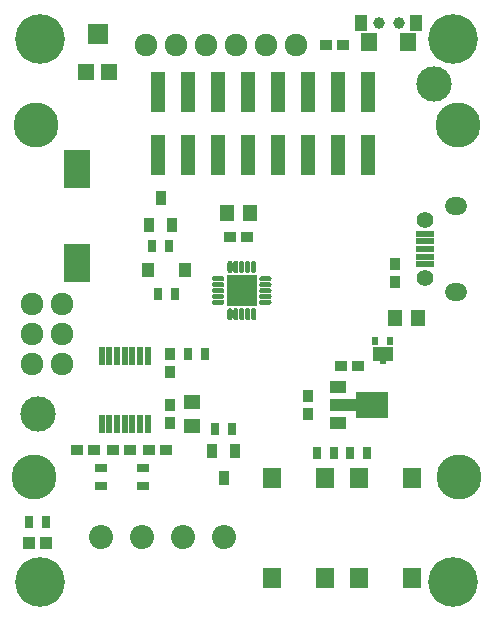
<source format=gts>
G04 #@! TF.GenerationSoftware,KiCad,Pcbnew,no-vcs-found-90668f9~60~ubuntu16.04.1*
G04 #@! TF.CreationDate,2017-09-09T17:52:20+08:00*
G04 #@! TF.ProjectId,TINY-REFLOW-CONTROLLER-0R20,54494E592D5245464C4F572D434F4E54,rev?*
G04 #@! TF.SameCoordinates,PX8f0d180PY5f5e100*
G04 #@! TF.FileFunction,Soldermask,Top*
G04 #@! TF.FilePolarity,Negative*
%FSLAX46Y46*%
G04 Gerber Fmt 4.6, Leading zero omitted, Abs format (unit mm)*
G04 Created by KiCad (PCBNEW no-vcs-found-90668f9~60~ubuntu16.04.1) date Sat Sep  9 17:52:20 2017*
%MOMM*%
%LPD*%
G01*
G04 APERTURE LIST*
%ADD10R,1.200000X1.450000*%
%ADD11R,0.950000X1.000000*%
%ADD12R,1.550000X0.600000*%
%ADD13C,1.400000*%
%ADD14O,1.900000X1.500000*%
%ADD15O,1.927200X1.927200*%
%ADD16R,1.200000X3.370000*%
%ADD17C,3.800000*%
%ADD18C,2.048000*%
%ADD19C,1.000000*%
%ADD20R,1.100000X1.400000*%
%ADD21R,1.350000X1.500000*%
%ADD22R,1.400000X1.400000*%
%ADD23R,1.800000X1.700000*%
%ADD24R,1.100000X1.150000*%
%ADD25R,0.600000X0.700000*%
%ADD26R,1.800000X1.300000*%
%ADD27R,0.600000X0.450000*%
%ADD28R,1.400000X1.000000*%
%ADD29R,2.400000X1.000000*%
%ADD30R,2.700000X2.200000*%
%ADD31R,1.600000X1.800000*%
%ADD32R,0.850000X1.250000*%
%ADD33R,2.200000X3.200000*%
%ADD34C,0.100000*%
%ADD35C,0.440000*%
%ADD36R,1.340000X1.340000*%
%ADD37R,0.550000X1.600000*%
%ADD38R,0.700000X1.100000*%
%ADD39R,1.100000X0.700000*%
%ADD40R,1.450000X1.200000*%
%ADD41R,1.000000X0.950000*%
%ADD42C,3.000000*%
%ADD43R,0.997560X0.997560*%
%ADD44C,4.200000*%
G04 APERTURE END LIST*
D10*
X34528000Y24892000D03*
X32528000Y24892000D03*
D11*
X32512000Y27952000D03*
X32512000Y29422000D03*
D12*
X35126000Y29434000D03*
X35126000Y30084000D03*
X35126000Y30734000D03*
X35126000Y31384000D03*
X35126000Y32034000D03*
D13*
X35051000Y28309000D03*
X35051000Y33159000D03*
D14*
X37701000Y27109000D03*
X37701000Y34359000D03*
D15*
X24130000Y48006000D03*
X21590000Y48006000D03*
X19050000Y48006000D03*
X16510000Y48006000D03*
X13970000Y48006000D03*
X11430000Y48006000D03*
X4318000Y26035000D03*
X1778000Y26035000D03*
X4318000Y23495000D03*
X1778000Y23495000D03*
X4318000Y20955000D03*
X1778000Y20955000D03*
D16*
X12520000Y44045000D03*
X12520000Y38715000D03*
X15060000Y38715000D03*
X15060000Y44045000D03*
X17600000Y38715000D03*
X17600000Y44045000D03*
X20140000Y38715000D03*
X20140000Y44045000D03*
X22680000Y38715000D03*
X22680000Y44045000D03*
X25220000Y38715000D03*
X25220000Y44045000D03*
X27760000Y38715000D03*
X27760000Y44045000D03*
X30300000Y38715000D03*
X30300000Y44045000D03*
D17*
X2150000Y41250000D03*
X37850000Y41250000D03*
X2000000Y11450000D03*
X38000000Y11450000D03*
D18*
X14605000Y6350000D03*
X18105000Y6350000D03*
X7620000Y6350000D03*
X11120000Y6350000D03*
D19*
X32854000Y49838000D03*
X31154000Y49838000D03*
D20*
X29704000Y49838000D03*
X34304000Y49838000D03*
D21*
X33679000Y48288000D03*
X30329000Y48288000D03*
D22*
X6366000Y45698000D03*
D23*
X7366000Y48948000D03*
D22*
X8366000Y45698000D03*
D24*
X11633000Y28956000D03*
X14783000Y28956000D03*
D25*
X32146000Y22898000D03*
X30846000Y22898000D03*
D26*
X31496000Y21848000D03*
D27*
X31496000Y21173000D03*
D28*
X27714000Y19026000D03*
D29*
X28214000Y17526000D03*
D28*
X27714000Y16026000D03*
D30*
X30564000Y17526000D03*
D31*
X29500000Y2912000D03*
X29500000Y11312000D03*
X34000000Y2912000D03*
X34000000Y11312000D03*
X22134000Y2912000D03*
X22134000Y11312000D03*
X26634000Y2912000D03*
X26634000Y11312000D03*
D32*
X12700000Y35066000D03*
X13650000Y32766000D03*
X11750000Y32766000D03*
X18034000Y11296000D03*
X17084000Y13596000D03*
X18984000Y13596000D03*
D33*
X5588000Y29528000D03*
X5588000Y37528000D03*
D34*
G36*
X20595565Y25728941D02*
X20616921Y25725773D01*
X20637864Y25720527D01*
X20658191Y25713253D01*
X20677708Y25704023D01*
X20696226Y25692923D01*
X20713568Y25680062D01*
X20729564Y25665563D01*
X20744063Y25649567D01*
X20756924Y25632225D01*
X20768024Y25613707D01*
X20777254Y25594190D01*
X20784528Y25573863D01*
X20789774Y25552920D01*
X20792942Y25531564D01*
X20794001Y25510000D01*
X20794001Y24910000D01*
X20792942Y24888436D01*
X20789774Y24867080D01*
X20784528Y24846137D01*
X20777254Y24825810D01*
X20768024Y24806293D01*
X20756924Y24787775D01*
X20744063Y24770433D01*
X20729564Y24754437D01*
X20713568Y24739938D01*
X20696226Y24727077D01*
X20677708Y24715977D01*
X20658191Y24706747D01*
X20637864Y24699473D01*
X20616921Y24694227D01*
X20595565Y24691059D01*
X20574001Y24690000D01*
X20573999Y24690000D01*
X20552435Y24691059D01*
X20531079Y24694227D01*
X20510136Y24699473D01*
X20489809Y24706747D01*
X20470292Y24715977D01*
X20451774Y24727077D01*
X20434432Y24739938D01*
X20418436Y24754437D01*
X20403937Y24770433D01*
X20391076Y24787775D01*
X20379976Y24806293D01*
X20370746Y24825810D01*
X20363472Y24846137D01*
X20358226Y24867080D01*
X20355058Y24888436D01*
X20353999Y24910000D01*
X20353999Y25510000D01*
X20355058Y25531564D01*
X20358226Y25552920D01*
X20363472Y25573863D01*
X20370746Y25594190D01*
X20379976Y25613707D01*
X20391076Y25632225D01*
X20403937Y25649567D01*
X20418436Y25665563D01*
X20434432Y25680062D01*
X20451774Y25692923D01*
X20470292Y25704023D01*
X20489809Y25713253D01*
X20510136Y25720527D01*
X20531079Y25725773D01*
X20552435Y25728941D01*
X20573999Y25730000D01*
X20574001Y25730000D01*
X20595565Y25728941D01*
X20595565Y25728941D01*
G37*
D35*
X20574000Y25210000D03*
D34*
G36*
X20095565Y25728941D02*
X20116921Y25725773D01*
X20137864Y25720527D01*
X20158191Y25713253D01*
X20177708Y25704023D01*
X20196226Y25692923D01*
X20213568Y25680062D01*
X20229564Y25665563D01*
X20244063Y25649567D01*
X20256924Y25632225D01*
X20268024Y25613707D01*
X20277254Y25594190D01*
X20284528Y25573863D01*
X20289774Y25552920D01*
X20292942Y25531564D01*
X20294001Y25510000D01*
X20294001Y24910000D01*
X20292942Y24888436D01*
X20289774Y24867080D01*
X20284528Y24846137D01*
X20277254Y24825810D01*
X20268024Y24806293D01*
X20256924Y24787775D01*
X20244063Y24770433D01*
X20229564Y24754437D01*
X20213568Y24739938D01*
X20196226Y24727077D01*
X20177708Y24715977D01*
X20158191Y24706747D01*
X20137864Y24699473D01*
X20116921Y24694227D01*
X20095565Y24691059D01*
X20074001Y24690000D01*
X20073999Y24690000D01*
X20052435Y24691059D01*
X20031079Y24694227D01*
X20010136Y24699473D01*
X19989809Y24706747D01*
X19970292Y24715977D01*
X19951774Y24727077D01*
X19934432Y24739938D01*
X19918436Y24754437D01*
X19903937Y24770433D01*
X19891076Y24787775D01*
X19879976Y24806293D01*
X19870746Y24825810D01*
X19863472Y24846137D01*
X19858226Y24867080D01*
X19855058Y24888436D01*
X19853999Y24910000D01*
X19853999Y25510000D01*
X19855058Y25531564D01*
X19858226Y25552920D01*
X19863472Y25573863D01*
X19870746Y25594190D01*
X19879976Y25613707D01*
X19891076Y25632225D01*
X19903937Y25649567D01*
X19918436Y25665563D01*
X19934432Y25680062D01*
X19951774Y25692923D01*
X19970292Y25704023D01*
X19989809Y25713253D01*
X20010136Y25720527D01*
X20031079Y25725773D01*
X20052435Y25728941D01*
X20073999Y25730000D01*
X20074001Y25730000D01*
X20095565Y25728941D01*
X20095565Y25728941D01*
G37*
D35*
X20074000Y25210000D03*
D34*
G36*
X19595565Y25728941D02*
X19616921Y25725773D01*
X19637864Y25720527D01*
X19658191Y25713253D01*
X19677708Y25704023D01*
X19696226Y25692923D01*
X19713568Y25680062D01*
X19729564Y25665563D01*
X19744063Y25649567D01*
X19756924Y25632225D01*
X19768024Y25613707D01*
X19777254Y25594190D01*
X19784528Y25573863D01*
X19789774Y25552920D01*
X19792942Y25531564D01*
X19794001Y25510000D01*
X19794001Y24910000D01*
X19792942Y24888436D01*
X19789774Y24867080D01*
X19784528Y24846137D01*
X19777254Y24825810D01*
X19768024Y24806293D01*
X19756924Y24787775D01*
X19744063Y24770433D01*
X19729564Y24754437D01*
X19713568Y24739938D01*
X19696226Y24727077D01*
X19677708Y24715977D01*
X19658191Y24706747D01*
X19637864Y24699473D01*
X19616921Y24694227D01*
X19595565Y24691059D01*
X19574001Y24690000D01*
X19573999Y24690000D01*
X19552435Y24691059D01*
X19531079Y24694227D01*
X19510136Y24699473D01*
X19489809Y24706747D01*
X19470292Y24715977D01*
X19451774Y24727077D01*
X19434432Y24739938D01*
X19418436Y24754437D01*
X19403937Y24770433D01*
X19391076Y24787775D01*
X19379976Y24806293D01*
X19370746Y24825810D01*
X19363472Y24846137D01*
X19358226Y24867080D01*
X19355058Y24888436D01*
X19353999Y24910000D01*
X19353999Y25510000D01*
X19355058Y25531564D01*
X19358226Y25552920D01*
X19363472Y25573863D01*
X19370746Y25594190D01*
X19379976Y25613707D01*
X19391076Y25632225D01*
X19403937Y25649567D01*
X19418436Y25665563D01*
X19434432Y25680062D01*
X19451774Y25692923D01*
X19470292Y25704023D01*
X19489809Y25713253D01*
X19510136Y25720527D01*
X19531079Y25725773D01*
X19552435Y25728941D01*
X19573999Y25730000D01*
X19574001Y25730000D01*
X19595565Y25728941D01*
X19595565Y25728941D01*
G37*
D35*
X19574000Y25210000D03*
D34*
G36*
X19095565Y25728941D02*
X19116921Y25725773D01*
X19137864Y25720527D01*
X19158191Y25713253D01*
X19177708Y25704023D01*
X19196226Y25692923D01*
X19213568Y25680062D01*
X19229564Y25665563D01*
X19244063Y25649567D01*
X19256924Y25632225D01*
X19268024Y25613707D01*
X19277254Y25594190D01*
X19284528Y25573863D01*
X19289774Y25552920D01*
X19292942Y25531564D01*
X19294001Y25510000D01*
X19294001Y24910000D01*
X19292942Y24888436D01*
X19289774Y24867080D01*
X19284528Y24846137D01*
X19277254Y24825810D01*
X19268024Y24806293D01*
X19256924Y24787775D01*
X19244063Y24770433D01*
X19229564Y24754437D01*
X19213568Y24739938D01*
X19196226Y24727077D01*
X19177708Y24715977D01*
X19158191Y24706747D01*
X19137864Y24699473D01*
X19116921Y24694227D01*
X19095565Y24691059D01*
X19074001Y24690000D01*
X19073999Y24690000D01*
X19052435Y24691059D01*
X19031079Y24694227D01*
X19010136Y24699473D01*
X18989809Y24706747D01*
X18970292Y24715977D01*
X18951774Y24727077D01*
X18934432Y24739938D01*
X18918436Y24754437D01*
X18903937Y24770433D01*
X18891076Y24787775D01*
X18879976Y24806293D01*
X18870746Y24825810D01*
X18863472Y24846137D01*
X18858226Y24867080D01*
X18855058Y24888436D01*
X18853999Y24910000D01*
X18853999Y25510000D01*
X18855058Y25531564D01*
X18858226Y25552920D01*
X18863472Y25573863D01*
X18870746Y25594190D01*
X18879976Y25613707D01*
X18891076Y25632225D01*
X18903937Y25649567D01*
X18918436Y25665563D01*
X18934432Y25680062D01*
X18951774Y25692923D01*
X18970292Y25704023D01*
X18989809Y25713253D01*
X19010136Y25720527D01*
X19031079Y25725773D01*
X19052435Y25728941D01*
X19073999Y25730000D01*
X19074001Y25730000D01*
X19095565Y25728941D01*
X19095565Y25728941D01*
G37*
D35*
X19074000Y25210000D03*
D34*
G36*
X18595565Y25728941D02*
X18616921Y25725773D01*
X18637864Y25720527D01*
X18658191Y25713253D01*
X18677708Y25704023D01*
X18696226Y25692923D01*
X18713568Y25680062D01*
X18729564Y25665563D01*
X18744063Y25649567D01*
X18756924Y25632225D01*
X18768024Y25613707D01*
X18777254Y25594190D01*
X18784528Y25573863D01*
X18789774Y25552920D01*
X18792942Y25531564D01*
X18794001Y25510000D01*
X18794001Y24910000D01*
X18792942Y24888436D01*
X18789774Y24867080D01*
X18784528Y24846137D01*
X18777254Y24825810D01*
X18768024Y24806293D01*
X18756924Y24787775D01*
X18744063Y24770433D01*
X18729564Y24754437D01*
X18713568Y24739938D01*
X18696226Y24727077D01*
X18677708Y24715977D01*
X18658191Y24706747D01*
X18637864Y24699473D01*
X18616921Y24694227D01*
X18595565Y24691059D01*
X18574001Y24690000D01*
X18573999Y24690000D01*
X18552435Y24691059D01*
X18531079Y24694227D01*
X18510136Y24699473D01*
X18489809Y24706747D01*
X18470292Y24715977D01*
X18451774Y24727077D01*
X18434432Y24739938D01*
X18418436Y24754437D01*
X18403937Y24770433D01*
X18391076Y24787775D01*
X18379976Y24806293D01*
X18370746Y24825810D01*
X18363472Y24846137D01*
X18358226Y24867080D01*
X18355058Y24888436D01*
X18353999Y24910000D01*
X18353999Y25510000D01*
X18355058Y25531564D01*
X18358226Y25552920D01*
X18363472Y25573863D01*
X18370746Y25594190D01*
X18379976Y25613707D01*
X18391076Y25632225D01*
X18403937Y25649567D01*
X18418436Y25665563D01*
X18434432Y25680062D01*
X18451774Y25692923D01*
X18470292Y25704023D01*
X18489809Y25713253D01*
X18510136Y25720527D01*
X18531079Y25725773D01*
X18552435Y25728941D01*
X18573999Y25730000D01*
X18574001Y25730000D01*
X18595565Y25728941D01*
X18595565Y25728941D01*
G37*
D35*
X18574000Y25210000D03*
D34*
G36*
X17895564Y26428942D02*
X17916920Y26425774D01*
X17937863Y26420528D01*
X17958190Y26413254D01*
X17977707Y26404024D01*
X17996225Y26392924D01*
X18013567Y26380063D01*
X18029563Y26365564D01*
X18044062Y26349568D01*
X18056923Y26332226D01*
X18068023Y26313708D01*
X18077253Y26294191D01*
X18084527Y26273864D01*
X18089773Y26252921D01*
X18092941Y26231565D01*
X18094000Y26210001D01*
X18094000Y26209999D01*
X18092941Y26188435D01*
X18089773Y26167079D01*
X18084527Y26146136D01*
X18077253Y26125809D01*
X18068023Y26106292D01*
X18056923Y26087774D01*
X18044062Y26070432D01*
X18029563Y26054436D01*
X18013567Y26039937D01*
X17996225Y26027076D01*
X17977707Y26015976D01*
X17958190Y26006746D01*
X17937863Y25999472D01*
X17916920Y25994226D01*
X17895564Y25991058D01*
X17874000Y25989999D01*
X17274000Y25989999D01*
X17252436Y25991058D01*
X17231080Y25994226D01*
X17210137Y25999472D01*
X17189810Y26006746D01*
X17170293Y26015976D01*
X17151775Y26027076D01*
X17134433Y26039937D01*
X17118437Y26054436D01*
X17103938Y26070432D01*
X17091077Y26087774D01*
X17079977Y26106292D01*
X17070747Y26125809D01*
X17063473Y26146136D01*
X17058227Y26167079D01*
X17055059Y26188435D01*
X17054000Y26209999D01*
X17054000Y26210001D01*
X17055059Y26231565D01*
X17058227Y26252921D01*
X17063473Y26273864D01*
X17070747Y26294191D01*
X17079977Y26313708D01*
X17091077Y26332226D01*
X17103938Y26349568D01*
X17118437Y26365564D01*
X17134433Y26380063D01*
X17151775Y26392924D01*
X17170293Y26404024D01*
X17189810Y26413254D01*
X17210137Y26420528D01*
X17231080Y26425774D01*
X17252436Y26428942D01*
X17274000Y26430001D01*
X17874000Y26430001D01*
X17895564Y26428942D01*
X17895564Y26428942D01*
G37*
D35*
X17574000Y26210000D03*
D34*
G36*
X17895564Y26928942D02*
X17916920Y26925774D01*
X17937863Y26920528D01*
X17958190Y26913254D01*
X17977707Y26904024D01*
X17996225Y26892924D01*
X18013567Y26880063D01*
X18029563Y26865564D01*
X18044062Y26849568D01*
X18056923Y26832226D01*
X18068023Y26813708D01*
X18077253Y26794191D01*
X18084527Y26773864D01*
X18089773Y26752921D01*
X18092941Y26731565D01*
X18094000Y26710001D01*
X18094000Y26709999D01*
X18092941Y26688435D01*
X18089773Y26667079D01*
X18084527Y26646136D01*
X18077253Y26625809D01*
X18068023Y26606292D01*
X18056923Y26587774D01*
X18044062Y26570432D01*
X18029563Y26554436D01*
X18013567Y26539937D01*
X17996225Y26527076D01*
X17977707Y26515976D01*
X17958190Y26506746D01*
X17937863Y26499472D01*
X17916920Y26494226D01*
X17895564Y26491058D01*
X17874000Y26489999D01*
X17274000Y26489999D01*
X17252436Y26491058D01*
X17231080Y26494226D01*
X17210137Y26499472D01*
X17189810Y26506746D01*
X17170293Y26515976D01*
X17151775Y26527076D01*
X17134433Y26539937D01*
X17118437Y26554436D01*
X17103938Y26570432D01*
X17091077Y26587774D01*
X17079977Y26606292D01*
X17070747Y26625809D01*
X17063473Y26646136D01*
X17058227Y26667079D01*
X17055059Y26688435D01*
X17054000Y26709999D01*
X17054000Y26710001D01*
X17055059Y26731565D01*
X17058227Y26752921D01*
X17063473Y26773864D01*
X17070747Y26794191D01*
X17079977Y26813708D01*
X17091077Y26832226D01*
X17103938Y26849568D01*
X17118437Y26865564D01*
X17134433Y26880063D01*
X17151775Y26892924D01*
X17170293Y26904024D01*
X17189810Y26913254D01*
X17210137Y26920528D01*
X17231080Y26925774D01*
X17252436Y26928942D01*
X17274000Y26930001D01*
X17874000Y26930001D01*
X17895564Y26928942D01*
X17895564Y26928942D01*
G37*
D35*
X17574000Y26710000D03*
D34*
G36*
X17895564Y27428942D02*
X17916920Y27425774D01*
X17937863Y27420528D01*
X17958190Y27413254D01*
X17977707Y27404024D01*
X17996225Y27392924D01*
X18013567Y27380063D01*
X18029563Y27365564D01*
X18044062Y27349568D01*
X18056923Y27332226D01*
X18068023Y27313708D01*
X18077253Y27294191D01*
X18084527Y27273864D01*
X18089773Y27252921D01*
X18092941Y27231565D01*
X18094000Y27210001D01*
X18094000Y27209999D01*
X18092941Y27188435D01*
X18089773Y27167079D01*
X18084527Y27146136D01*
X18077253Y27125809D01*
X18068023Y27106292D01*
X18056923Y27087774D01*
X18044062Y27070432D01*
X18029563Y27054436D01*
X18013567Y27039937D01*
X17996225Y27027076D01*
X17977707Y27015976D01*
X17958190Y27006746D01*
X17937863Y26999472D01*
X17916920Y26994226D01*
X17895564Y26991058D01*
X17874000Y26989999D01*
X17274000Y26989999D01*
X17252436Y26991058D01*
X17231080Y26994226D01*
X17210137Y26999472D01*
X17189810Y27006746D01*
X17170293Y27015976D01*
X17151775Y27027076D01*
X17134433Y27039937D01*
X17118437Y27054436D01*
X17103938Y27070432D01*
X17091077Y27087774D01*
X17079977Y27106292D01*
X17070747Y27125809D01*
X17063473Y27146136D01*
X17058227Y27167079D01*
X17055059Y27188435D01*
X17054000Y27209999D01*
X17054000Y27210001D01*
X17055059Y27231565D01*
X17058227Y27252921D01*
X17063473Y27273864D01*
X17070747Y27294191D01*
X17079977Y27313708D01*
X17091077Y27332226D01*
X17103938Y27349568D01*
X17118437Y27365564D01*
X17134433Y27380063D01*
X17151775Y27392924D01*
X17170293Y27404024D01*
X17189810Y27413254D01*
X17210137Y27420528D01*
X17231080Y27425774D01*
X17252436Y27428942D01*
X17274000Y27430001D01*
X17874000Y27430001D01*
X17895564Y27428942D01*
X17895564Y27428942D01*
G37*
D35*
X17574000Y27210000D03*
D34*
G36*
X17895564Y27928942D02*
X17916920Y27925774D01*
X17937863Y27920528D01*
X17958190Y27913254D01*
X17977707Y27904024D01*
X17996225Y27892924D01*
X18013567Y27880063D01*
X18029563Y27865564D01*
X18044062Y27849568D01*
X18056923Y27832226D01*
X18068023Y27813708D01*
X18077253Y27794191D01*
X18084527Y27773864D01*
X18089773Y27752921D01*
X18092941Y27731565D01*
X18094000Y27710001D01*
X18094000Y27709999D01*
X18092941Y27688435D01*
X18089773Y27667079D01*
X18084527Y27646136D01*
X18077253Y27625809D01*
X18068023Y27606292D01*
X18056923Y27587774D01*
X18044062Y27570432D01*
X18029563Y27554436D01*
X18013567Y27539937D01*
X17996225Y27527076D01*
X17977707Y27515976D01*
X17958190Y27506746D01*
X17937863Y27499472D01*
X17916920Y27494226D01*
X17895564Y27491058D01*
X17874000Y27489999D01*
X17274000Y27489999D01*
X17252436Y27491058D01*
X17231080Y27494226D01*
X17210137Y27499472D01*
X17189810Y27506746D01*
X17170293Y27515976D01*
X17151775Y27527076D01*
X17134433Y27539937D01*
X17118437Y27554436D01*
X17103938Y27570432D01*
X17091077Y27587774D01*
X17079977Y27606292D01*
X17070747Y27625809D01*
X17063473Y27646136D01*
X17058227Y27667079D01*
X17055059Y27688435D01*
X17054000Y27709999D01*
X17054000Y27710001D01*
X17055059Y27731565D01*
X17058227Y27752921D01*
X17063473Y27773864D01*
X17070747Y27794191D01*
X17079977Y27813708D01*
X17091077Y27832226D01*
X17103938Y27849568D01*
X17118437Y27865564D01*
X17134433Y27880063D01*
X17151775Y27892924D01*
X17170293Y27904024D01*
X17189810Y27913254D01*
X17210137Y27920528D01*
X17231080Y27925774D01*
X17252436Y27928942D01*
X17274000Y27930001D01*
X17874000Y27930001D01*
X17895564Y27928942D01*
X17895564Y27928942D01*
G37*
D35*
X17574000Y27710000D03*
D34*
G36*
X17895564Y28428942D02*
X17916920Y28425774D01*
X17937863Y28420528D01*
X17958190Y28413254D01*
X17977707Y28404024D01*
X17996225Y28392924D01*
X18013567Y28380063D01*
X18029563Y28365564D01*
X18044062Y28349568D01*
X18056923Y28332226D01*
X18068023Y28313708D01*
X18077253Y28294191D01*
X18084527Y28273864D01*
X18089773Y28252921D01*
X18092941Y28231565D01*
X18094000Y28210001D01*
X18094000Y28209999D01*
X18092941Y28188435D01*
X18089773Y28167079D01*
X18084527Y28146136D01*
X18077253Y28125809D01*
X18068023Y28106292D01*
X18056923Y28087774D01*
X18044062Y28070432D01*
X18029563Y28054436D01*
X18013567Y28039937D01*
X17996225Y28027076D01*
X17977707Y28015976D01*
X17958190Y28006746D01*
X17937863Y27999472D01*
X17916920Y27994226D01*
X17895564Y27991058D01*
X17874000Y27989999D01*
X17274000Y27989999D01*
X17252436Y27991058D01*
X17231080Y27994226D01*
X17210137Y27999472D01*
X17189810Y28006746D01*
X17170293Y28015976D01*
X17151775Y28027076D01*
X17134433Y28039937D01*
X17118437Y28054436D01*
X17103938Y28070432D01*
X17091077Y28087774D01*
X17079977Y28106292D01*
X17070747Y28125809D01*
X17063473Y28146136D01*
X17058227Y28167079D01*
X17055059Y28188435D01*
X17054000Y28209999D01*
X17054000Y28210001D01*
X17055059Y28231565D01*
X17058227Y28252921D01*
X17063473Y28273864D01*
X17070747Y28294191D01*
X17079977Y28313708D01*
X17091077Y28332226D01*
X17103938Y28349568D01*
X17118437Y28365564D01*
X17134433Y28380063D01*
X17151775Y28392924D01*
X17170293Y28404024D01*
X17189810Y28413254D01*
X17210137Y28420528D01*
X17231080Y28425774D01*
X17252436Y28428942D01*
X17274000Y28430001D01*
X17874000Y28430001D01*
X17895564Y28428942D01*
X17895564Y28428942D01*
G37*
D35*
X17574000Y28210000D03*
D34*
G36*
X18595565Y29728941D02*
X18616921Y29725773D01*
X18637864Y29720527D01*
X18658191Y29713253D01*
X18677708Y29704023D01*
X18696226Y29692923D01*
X18713568Y29680062D01*
X18729564Y29665563D01*
X18744063Y29649567D01*
X18756924Y29632225D01*
X18768024Y29613707D01*
X18777254Y29594190D01*
X18784528Y29573863D01*
X18789774Y29552920D01*
X18792942Y29531564D01*
X18794001Y29510000D01*
X18794001Y28910000D01*
X18792942Y28888436D01*
X18789774Y28867080D01*
X18784528Y28846137D01*
X18777254Y28825810D01*
X18768024Y28806293D01*
X18756924Y28787775D01*
X18744063Y28770433D01*
X18729564Y28754437D01*
X18713568Y28739938D01*
X18696226Y28727077D01*
X18677708Y28715977D01*
X18658191Y28706747D01*
X18637864Y28699473D01*
X18616921Y28694227D01*
X18595565Y28691059D01*
X18574001Y28690000D01*
X18573999Y28690000D01*
X18552435Y28691059D01*
X18531079Y28694227D01*
X18510136Y28699473D01*
X18489809Y28706747D01*
X18470292Y28715977D01*
X18451774Y28727077D01*
X18434432Y28739938D01*
X18418436Y28754437D01*
X18403937Y28770433D01*
X18391076Y28787775D01*
X18379976Y28806293D01*
X18370746Y28825810D01*
X18363472Y28846137D01*
X18358226Y28867080D01*
X18355058Y28888436D01*
X18353999Y28910000D01*
X18353999Y29510000D01*
X18355058Y29531564D01*
X18358226Y29552920D01*
X18363472Y29573863D01*
X18370746Y29594190D01*
X18379976Y29613707D01*
X18391076Y29632225D01*
X18403937Y29649567D01*
X18418436Y29665563D01*
X18434432Y29680062D01*
X18451774Y29692923D01*
X18470292Y29704023D01*
X18489809Y29713253D01*
X18510136Y29720527D01*
X18531079Y29725773D01*
X18552435Y29728941D01*
X18573999Y29730000D01*
X18574001Y29730000D01*
X18595565Y29728941D01*
X18595565Y29728941D01*
G37*
D35*
X18574000Y29210000D03*
D34*
G36*
X19095565Y29728941D02*
X19116921Y29725773D01*
X19137864Y29720527D01*
X19158191Y29713253D01*
X19177708Y29704023D01*
X19196226Y29692923D01*
X19213568Y29680062D01*
X19229564Y29665563D01*
X19244063Y29649567D01*
X19256924Y29632225D01*
X19268024Y29613707D01*
X19277254Y29594190D01*
X19284528Y29573863D01*
X19289774Y29552920D01*
X19292942Y29531564D01*
X19294001Y29510000D01*
X19294001Y28910000D01*
X19292942Y28888436D01*
X19289774Y28867080D01*
X19284528Y28846137D01*
X19277254Y28825810D01*
X19268024Y28806293D01*
X19256924Y28787775D01*
X19244063Y28770433D01*
X19229564Y28754437D01*
X19213568Y28739938D01*
X19196226Y28727077D01*
X19177708Y28715977D01*
X19158191Y28706747D01*
X19137864Y28699473D01*
X19116921Y28694227D01*
X19095565Y28691059D01*
X19074001Y28690000D01*
X19073999Y28690000D01*
X19052435Y28691059D01*
X19031079Y28694227D01*
X19010136Y28699473D01*
X18989809Y28706747D01*
X18970292Y28715977D01*
X18951774Y28727077D01*
X18934432Y28739938D01*
X18918436Y28754437D01*
X18903937Y28770433D01*
X18891076Y28787775D01*
X18879976Y28806293D01*
X18870746Y28825810D01*
X18863472Y28846137D01*
X18858226Y28867080D01*
X18855058Y28888436D01*
X18853999Y28910000D01*
X18853999Y29510000D01*
X18855058Y29531564D01*
X18858226Y29552920D01*
X18863472Y29573863D01*
X18870746Y29594190D01*
X18879976Y29613707D01*
X18891076Y29632225D01*
X18903937Y29649567D01*
X18918436Y29665563D01*
X18934432Y29680062D01*
X18951774Y29692923D01*
X18970292Y29704023D01*
X18989809Y29713253D01*
X19010136Y29720527D01*
X19031079Y29725773D01*
X19052435Y29728941D01*
X19073999Y29730000D01*
X19074001Y29730000D01*
X19095565Y29728941D01*
X19095565Y29728941D01*
G37*
D35*
X19074000Y29210000D03*
D34*
G36*
X19595565Y29728941D02*
X19616921Y29725773D01*
X19637864Y29720527D01*
X19658191Y29713253D01*
X19677708Y29704023D01*
X19696226Y29692923D01*
X19713568Y29680062D01*
X19729564Y29665563D01*
X19744063Y29649567D01*
X19756924Y29632225D01*
X19768024Y29613707D01*
X19777254Y29594190D01*
X19784528Y29573863D01*
X19789774Y29552920D01*
X19792942Y29531564D01*
X19794001Y29510000D01*
X19794001Y28910000D01*
X19792942Y28888436D01*
X19789774Y28867080D01*
X19784528Y28846137D01*
X19777254Y28825810D01*
X19768024Y28806293D01*
X19756924Y28787775D01*
X19744063Y28770433D01*
X19729564Y28754437D01*
X19713568Y28739938D01*
X19696226Y28727077D01*
X19677708Y28715977D01*
X19658191Y28706747D01*
X19637864Y28699473D01*
X19616921Y28694227D01*
X19595565Y28691059D01*
X19574001Y28690000D01*
X19573999Y28690000D01*
X19552435Y28691059D01*
X19531079Y28694227D01*
X19510136Y28699473D01*
X19489809Y28706747D01*
X19470292Y28715977D01*
X19451774Y28727077D01*
X19434432Y28739938D01*
X19418436Y28754437D01*
X19403937Y28770433D01*
X19391076Y28787775D01*
X19379976Y28806293D01*
X19370746Y28825810D01*
X19363472Y28846137D01*
X19358226Y28867080D01*
X19355058Y28888436D01*
X19353999Y28910000D01*
X19353999Y29510000D01*
X19355058Y29531564D01*
X19358226Y29552920D01*
X19363472Y29573863D01*
X19370746Y29594190D01*
X19379976Y29613707D01*
X19391076Y29632225D01*
X19403937Y29649567D01*
X19418436Y29665563D01*
X19434432Y29680062D01*
X19451774Y29692923D01*
X19470292Y29704023D01*
X19489809Y29713253D01*
X19510136Y29720527D01*
X19531079Y29725773D01*
X19552435Y29728941D01*
X19573999Y29730000D01*
X19574001Y29730000D01*
X19595565Y29728941D01*
X19595565Y29728941D01*
G37*
D35*
X19574000Y29210000D03*
D34*
G36*
X20095565Y29728941D02*
X20116921Y29725773D01*
X20137864Y29720527D01*
X20158191Y29713253D01*
X20177708Y29704023D01*
X20196226Y29692923D01*
X20213568Y29680062D01*
X20229564Y29665563D01*
X20244063Y29649567D01*
X20256924Y29632225D01*
X20268024Y29613707D01*
X20277254Y29594190D01*
X20284528Y29573863D01*
X20289774Y29552920D01*
X20292942Y29531564D01*
X20294001Y29510000D01*
X20294001Y28910000D01*
X20292942Y28888436D01*
X20289774Y28867080D01*
X20284528Y28846137D01*
X20277254Y28825810D01*
X20268024Y28806293D01*
X20256924Y28787775D01*
X20244063Y28770433D01*
X20229564Y28754437D01*
X20213568Y28739938D01*
X20196226Y28727077D01*
X20177708Y28715977D01*
X20158191Y28706747D01*
X20137864Y28699473D01*
X20116921Y28694227D01*
X20095565Y28691059D01*
X20074001Y28690000D01*
X20073999Y28690000D01*
X20052435Y28691059D01*
X20031079Y28694227D01*
X20010136Y28699473D01*
X19989809Y28706747D01*
X19970292Y28715977D01*
X19951774Y28727077D01*
X19934432Y28739938D01*
X19918436Y28754437D01*
X19903937Y28770433D01*
X19891076Y28787775D01*
X19879976Y28806293D01*
X19870746Y28825810D01*
X19863472Y28846137D01*
X19858226Y28867080D01*
X19855058Y28888436D01*
X19853999Y28910000D01*
X19853999Y29510000D01*
X19855058Y29531564D01*
X19858226Y29552920D01*
X19863472Y29573863D01*
X19870746Y29594190D01*
X19879976Y29613707D01*
X19891076Y29632225D01*
X19903937Y29649567D01*
X19918436Y29665563D01*
X19934432Y29680062D01*
X19951774Y29692923D01*
X19970292Y29704023D01*
X19989809Y29713253D01*
X20010136Y29720527D01*
X20031079Y29725773D01*
X20052435Y29728941D01*
X20073999Y29730000D01*
X20074001Y29730000D01*
X20095565Y29728941D01*
X20095565Y29728941D01*
G37*
D35*
X20074000Y29210000D03*
D34*
G36*
X20595565Y29728941D02*
X20616921Y29725773D01*
X20637864Y29720527D01*
X20658191Y29713253D01*
X20677708Y29704023D01*
X20696226Y29692923D01*
X20713568Y29680062D01*
X20729564Y29665563D01*
X20744063Y29649567D01*
X20756924Y29632225D01*
X20768024Y29613707D01*
X20777254Y29594190D01*
X20784528Y29573863D01*
X20789774Y29552920D01*
X20792942Y29531564D01*
X20794001Y29510000D01*
X20794001Y28910000D01*
X20792942Y28888436D01*
X20789774Y28867080D01*
X20784528Y28846137D01*
X20777254Y28825810D01*
X20768024Y28806293D01*
X20756924Y28787775D01*
X20744063Y28770433D01*
X20729564Y28754437D01*
X20713568Y28739938D01*
X20696226Y28727077D01*
X20677708Y28715977D01*
X20658191Y28706747D01*
X20637864Y28699473D01*
X20616921Y28694227D01*
X20595565Y28691059D01*
X20574001Y28690000D01*
X20573999Y28690000D01*
X20552435Y28691059D01*
X20531079Y28694227D01*
X20510136Y28699473D01*
X20489809Y28706747D01*
X20470292Y28715977D01*
X20451774Y28727077D01*
X20434432Y28739938D01*
X20418436Y28754437D01*
X20403937Y28770433D01*
X20391076Y28787775D01*
X20379976Y28806293D01*
X20370746Y28825810D01*
X20363472Y28846137D01*
X20358226Y28867080D01*
X20355058Y28888436D01*
X20353999Y28910000D01*
X20353999Y29510000D01*
X20355058Y29531564D01*
X20358226Y29552920D01*
X20363472Y29573863D01*
X20370746Y29594190D01*
X20379976Y29613707D01*
X20391076Y29632225D01*
X20403937Y29649567D01*
X20418436Y29665563D01*
X20434432Y29680062D01*
X20451774Y29692923D01*
X20470292Y29704023D01*
X20489809Y29713253D01*
X20510136Y29720527D01*
X20531079Y29725773D01*
X20552435Y29728941D01*
X20573999Y29730000D01*
X20574001Y29730000D01*
X20595565Y29728941D01*
X20595565Y29728941D01*
G37*
D35*
X20574000Y29210000D03*
D34*
G36*
X21895564Y28428942D02*
X21916920Y28425774D01*
X21937863Y28420528D01*
X21958190Y28413254D01*
X21977707Y28404024D01*
X21996225Y28392924D01*
X22013567Y28380063D01*
X22029563Y28365564D01*
X22044062Y28349568D01*
X22056923Y28332226D01*
X22068023Y28313708D01*
X22077253Y28294191D01*
X22084527Y28273864D01*
X22089773Y28252921D01*
X22092941Y28231565D01*
X22094000Y28210001D01*
X22094000Y28209999D01*
X22092941Y28188435D01*
X22089773Y28167079D01*
X22084527Y28146136D01*
X22077253Y28125809D01*
X22068023Y28106292D01*
X22056923Y28087774D01*
X22044062Y28070432D01*
X22029563Y28054436D01*
X22013567Y28039937D01*
X21996225Y28027076D01*
X21977707Y28015976D01*
X21958190Y28006746D01*
X21937863Y27999472D01*
X21916920Y27994226D01*
X21895564Y27991058D01*
X21874000Y27989999D01*
X21274000Y27989999D01*
X21252436Y27991058D01*
X21231080Y27994226D01*
X21210137Y27999472D01*
X21189810Y28006746D01*
X21170293Y28015976D01*
X21151775Y28027076D01*
X21134433Y28039937D01*
X21118437Y28054436D01*
X21103938Y28070432D01*
X21091077Y28087774D01*
X21079977Y28106292D01*
X21070747Y28125809D01*
X21063473Y28146136D01*
X21058227Y28167079D01*
X21055059Y28188435D01*
X21054000Y28209999D01*
X21054000Y28210001D01*
X21055059Y28231565D01*
X21058227Y28252921D01*
X21063473Y28273864D01*
X21070747Y28294191D01*
X21079977Y28313708D01*
X21091077Y28332226D01*
X21103938Y28349568D01*
X21118437Y28365564D01*
X21134433Y28380063D01*
X21151775Y28392924D01*
X21170293Y28404024D01*
X21189810Y28413254D01*
X21210137Y28420528D01*
X21231080Y28425774D01*
X21252436Y28428942D01*
X21274000Y28430001D01*
X21874000Y28430001D01*
X21895564Y28428942D01*
X21895564Y28428942D01*
G37*
D35*
X21574000Y28210000D03*
D34*
G36*
X21895564Y27928942D02*
X21916920Y27925774D01*
X21937863Y27920528D01*
X21958190Y27913254D01*
X21977707Y27904024D01*
X21996225Y27892924D01*
X22013567Y27880063D01*
X22029563Y27865564D01*
X22044062Y27849568D01*
X22056923Y27832226D01*
X22068023Y27813708D01*
X22077253Y27794191D01*
X22084527Y27773864D01*
X22089773Y27752921D01*
X22092941Y27731565D01*
X22094000Y27710001D01*
X22094000Y27709999D01*
X22092941Y27688435D01*
X22089773Y27667079D01*
X22084527Y27646136D01*
X22077253Y27625809D01*
X22068023Y27606292D01*
X22056923Y27587774D01*
X22044062Y27570432D01*
X22029563Y27554436D01*
X22013567Y27539937D01*
X21996225Y27527076D01*
X21977707Y27515976D01*
X21958190Y27506746D01*
X21937863Y27499472D01*
X21916920Y27494226D01*
X21895564Y27491058D01*
X21874000Y27489999D01*
X21274000Y27489999D01*
X21252436Y27491058D01*
X21231080Y27494226D01*
X21210137Y27499472D01*
X21189810Y27506746D01*
X21170293Y27515976D01*
X21151775Y27527076D01*
X21134433Y27539937D01*
X21118437Y27554436D01*
X21103938Y27570432D01*
X21091077Y27587774D01*
X21079977Y27606292D01*
X21070747Y27625809D01*
X21063473Y27646136D01*
X21058227Y27667079D01*
X21055059Y27688435D01*
X21054000Y27709999D01*
X21054000Y27710001D01*
X21055059Y27731565D01*
X21058227Y27752921D01*
X21063473Y27773864D01*
X21070747Y27794191D01*
X21079977Y27813708D01*
X21091077Y27832226D01*
X21103938Y27849568D01*
X21118437Y27865564D01*
X21134433Y27880063D01*
X21151775Y27892924D01*
X21170293Y27904024D01*
X21189810Y27913254D01*
X21210137Y27920528D01*
X21231080Y27925774D01*
X21252436Y27928942D01*
X21274000Y27930001D01*
X21874000Y27930001D01*
X21895564Y27928942D01*
X21895564Y27928942D01*
G37*
D35*
X21574000Y27710000D03*
D34*
G36*
X21895564Y27428942D02*
X21916920Y27425774D01*
X21937863Y27420528D01*
X21958190Y27413254D01*
X21977707Y27404024D01*
X21996225Y27392924D01*
X22013567Y27380063D01*
X22029563Y27365564D01*
X22044062Y27349568D01*
X22056923Y27332226D01*
X22068023Y27313708D01*
X22077253Y27294191D01*
X22084527Y27273864D01*
X22089773Y27252921D01*
X22092941Y27231565D01*
X22094000Y27210001D01*
X22094000Y27209999D01*
X22092941Y27188435D01*
X22089773Y27167079D01*
X22084527Y27146136D01*
X22077253Y27125809D01*
X22068023Y27106292D01*
X22056923Y27087774D01*
X22044062Y27070432D01*
X22029563Y27054436D01*
X22013567Y27039937D01*
X21996225Y27027076D01*
X21977707Y27015976D01*
X21958190Y27006746D01*
X21937863Y26999472D01*
X21916920Y26994226D01*
X21895564Y26991058D01*
X21874000Y26989999D01*
X21274000Y26989999D01*
X21252436Y26991058D01*
X21231080Y26994226D01*
X21210137Y26999472D01*
X21189810Y27006746D01*
X21170293Y27015976D01*
X21151775Y27027076D01*
X21134433Y27039937D01*
X21118437Y27054436D01*
X21103938Y27070432D01*
X21091077Y27087774D01*
X21079977Y27106292D01*
X21070747Y27125809D01*
X21063473Y27146136D01*
X21058227Y27167079D01*
X21055059Y27188435D01*
X21054000Y27209999D01*
X21054000Y27210001D01*
X21055059Y27231565D01*
X21058227Y27252921D01*
X21063473Y27273864D01*
X21070747Y27294191D01*
X21079977Y27313708D01*
X21091077Y27332226D01*
X21103938Y27349568D01*
X21118437Y27365564D01*
X21134433Y27380063D01*
X21151775Y27392924D01*
X21170293Y27404024D01*
X21189810Y27413254D01*
X21210137Y27420528D01*
X21231080Y27425774D01*
X21252436Y27428942D01*
X21274000Y27430001D01*
X21874000Y27430001D01*
X21895564Y27428942D01*
X21895564Y27428942D01*
G37*
D35*
X21574000Y27210000D03*
D34*
G36*
X21895564Y26928942D02*
X21916920Y26925774D01*
X21937863Y26920528D01*
X21958190Y26913254D01*
X21977707Y26904024D01*
X21996225Y26892924D01*
X22013567Y26880063D01*
X22029563Y26865564D01*
X22044062Y26849568D01*
X22056923Y26832226D01*
X22068023Y26813708D01*
X22077253Y26794191D01*
X22084527Y26773864D01*
X22089773Y26752921D01*
X22092941Y26731565D01*
X22094000Y26710001D01*
X22094000Y26709999D01*
X22092941Y26688435D01*
X22089773Y26667079D01*
X22084527Y26646136D01*
X22077253Y26625809D01*
X22068023Y26606292D01*
X22056923Y26587774D01*
X22044062Y26570432D01*
X22029563Y26554436D01*
X22013567Y26539937D01*
X21996225Y26527076D01*
X21977707Y26515976D01*
X21958190Y26506746D01*
X21937863Y26499472D01*
X21916920Y26494226D01*
X21895564Y26491058D01*
X21874000Y26489999D01*
X21274000Y26489999D01*
X21252436Y26491058D01*
X21231080Y26494226D01*
X21210137Y26499472D01*
X21189810Y26506746D01*
X21170293Y26515976D01*
X21151775Y26527076D01*
X21134433Y26539937D01*
X21118437Y26554436D01*
X21103938Y26570432D01*
X21091077Y26587774D01*
X21079977Y26606292D01*
X21070747Y26625809D01*
X21063473Y26646136D01*
X21058227Y26667079D01*
X21055059Y26688435D01*
X21054000Y26709999D01*
X21054000Y26710001D01*
X21055059Y26731565D01*
X21058227Y26752921D01*
X21063473Y26773864D01*
X21070747Y26794191D01*
X21079977Y26813708D01*
X21091077Y26832226D01*
X21103938Y26849568D01*
X21118437Y26865564D01*
X21134433Y26880063D01*
X21151775Y26892924D01*
X21170293Y26904024D01*
X21189810Y26913254D01*
X21210137Y26920528D01*
X21231080Y26925774D01*
X21252436Y26928942D01*
X21274000Y26930001D01*
X21874000Y26930001D01*
X21895564Y26928942D01*
X21895564Y26928942D01*
G37*
D35*
X21574000Y26710000D03*
D34*
G36*
X21895564Y26428942D02*
X21916920Y26425774D01*
X21937863Y26420528D01*
X21958190Y26413254D01*
X21977707Y26404024D01*
X21996225Y26392924D01*
X22013567Y26380063D01*
X22029563Y26365564D01*
X22044062Y26349568D01*
X22056923Y26332226D01*
X22068023Y26313708D01*
X22077253Y26294191D01*
X22084527Y26273864D01*
X22089773Y26252921D01*
X22092941Y26231565D01*
X22094000Y26210001D01*
X22094000Y26209999D01*
X22092941Y26188435D01*
X22089773Y26167079D01*
X22084527Y26146136D01*
X22077253Y26125809D01*
X22068023Y26106292D01*
X22056923Y26087774D01*
X22044062Y26070432D01*
X22029563Y26054436D01*
X22013567Y26039937D01*
X21996225Y26027076D01*
X21977707Y26015976D01*
X21958190Y26006746D01*
X21937863Y25999472D01*
X21916920Y25994226D01*
X21895564Y25991058D01*
X21874000Y25989999D01*
X21274000Y25989999D01*
X21252436Y25991058D01*
X21231080Y25994226D01*
X21210137Y25999472D01*
X21189810Y26006746D01*
X21170293Y26015976D01*
X21151775Y26027076D01*
X21134433Y26039937D01*
X21118437Y26054436D01*
X21103938Y26070432D01*
X21091077Y26087774D01*
X21079977Y26106292D01*
X21070747Y26125809D01*
X21063473Y26146136D01*
X21058227Y26167079D01*
X21055059Y26188435D01*
X21054000Y26209999D01*
X21054000Y26210001D01*
X21055059Y26231565D01*
X21058227Y26252921D01*
X21063473Y26273864D01*
X21070747Y26294191D01*
X21079977Y26313708D01*
X21091077Y26332226D01*
X21103938Y26349568D01*
X21118437Y26365564D01*
X21134433Y26380063D01*
X21151775Y26392924D01*
X21170293Y26404024D01*
X21189810Y26413254D01*
X21210137Y26420528D01*
X21231080Y26425774D01*
X21252436Y26428942D01*
X21274000Y26430001D01*
X21874000Y26430001D01*
X21895564Y26428942D01*
X21895564Y26428942D01*
G37*
D35*
X21574000Y26210000D03*
D36*
X20174000Y27810000D03*
X20174000Y26610000D03*
X18974000Y26610000D03*
X18974000Y27810000D03*
D37*
X7702000Y15921000D03*
X8352000Y15921000D03*
X9002000Y15921000D03*
X9652000Y15921000D03*
X10302000Y15921000D03*
X10952000Y15921000D03*
X11602000Y15921000D03*
X11602000Y21671000D03*
X10952000Y21671000D03*
X10302000Y21671000D03*
X9652000Y21671000D03*
X9002000Y21671000D03*
X8352000Y21671000D03*
X7702000Y21671000D03*
D38*
X12458000Y26924000D03*
X13958000Y26924000D03*
X11950000Y30988000D03*
X13450000Y30988000D03*
X30214000Y13462000D03*
X28714000Y13462000D03*
X27420000Y13462000D03*
X25920000Y13462000D03*
X18784000Y15494000D03*
X17284000Y15494000D03*
D39*
X11176000Y12180000D03*
X11176000Y10680000D03*
X7620000Y12180000D03*
X7620000Y10680000D03*
D38*
X3036000Y7620000D03*
X1536000Y7620000D03*
X16498000Y21844000D03*
X14998000Y21844000D03*
D10*
X20304000Y33782000D03*
X18304000Y33782000D03*
D40*
X15367000Y17764000D03*
X15367000Y15764000D03*
D11*
X25146000Y18276000D03*
X25146000Y16776000D03*
D41*
X20054000Y31750000D03*
X18554000Y31750000D03*
D11*
X13462000Y20332000D03*
X13462000Y21832000D03*
X13462000Y16014000D03*
X13462000Y17514000D03*
D41*
X10148000Y13716000D03*
X8648000Y13716000D03*
X13196000Y13716000D03*
X11696000Y13716000D03*
X5600000Y13716000D03*
X7100000Y13716000D03*
X27952000Y20828000D03*
X29452000Y20828000D03*
D42*
X35814000Y44704000D03*
X2286000Y16764000D03*
D41*
X28182000Y48006000D03*
X26682000Y48006000D03*
D43*
X3035300Y5842000D03*
X1536700Y5842000D03*
D44*
X37500000Y2500000D03*
X2500000Y2500000D03*
X37500000Y48500000D03*
X2500000Y48500000D03*
M02*

</source>
